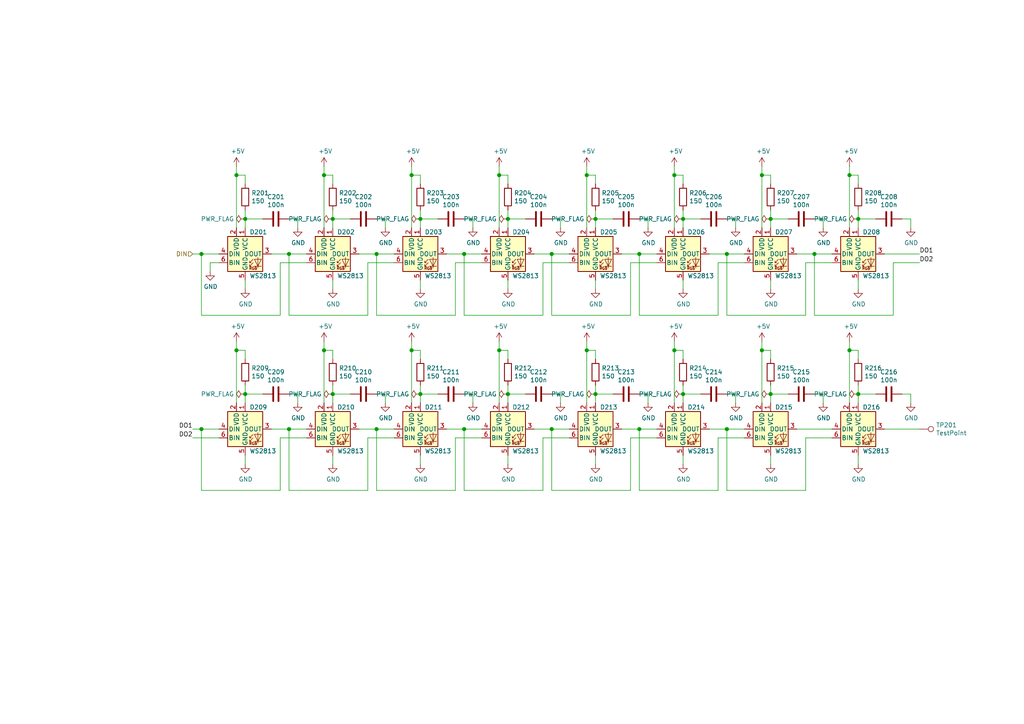
<source format=kicad_sch>
(kicad_sch (version 20210406) (generator eeschema)
  (paper "A4")
  (title_block (title "Blinkenlights LED Backlight") (date "2021-09-24") (rev "v0.1") (company "Benedikt Spranger") (comment 1 "SPDX-License-Identifier: CERN-OHL-S-2.0") (comment 2 "https://ohwr.org/cern_ohl_s_v2.txt") (comment 3 "To view a copy of this license, visit") (comment 4 "This work is licensed under the CERN-OHL-S v2"))
  (junction (at 58.42 73.66) (diameter 1.016))
  (junction (at 58.42 124.46) (diameter 1.016))
  (junction (at 68.58 50.8) (diameter 1.016))
  (junction (at 68.58 101.6) (diameter 1.016))
  (junction (at 71.12 63.5) (diameter 1.016))
  (junction (at 71.12 114.3) (diameter 1.016))
  (junction (at 83.82 73.66) (diameter 1.016))
  (junction (at 83.82 124.46) (diameter 1.016))
  (junction (at 93.98 50.8) (diameter 1.016))
  (junction (at 93.98 101.6) (diameter 1.016))
  (junction (at 96.52 63.5) (diameter 1.016))
  (junction (at 96.52 114.3) (diameter 1.016))
  (junction (at 109.22 73.66) (diameter 1.016))
  (junction (at 109.22 124.46) (diameter 1.016))
  (junction (at 119.38 50.8) (diameter 1.016))
  (junction (at 119.38 101.6) (diameter 1.016))
  (junction (at 121.92 63.5) (diameter 1.016))
  (junction (at 121.92 114.3) (diameter 1.016))
  (junction (at 134.62 73.66) (diameter 1.016))
  (junction (at 134.62 124.46) (diameter 1.016))
  (junction (at 144.78 50.8) (diameter 1.016))
  (junction (at 144.78 101.6) (diameter 1.016))
  (junction (at 147.32 63.5) (diameter 1.016))
  (junction (at 147.32 114.3) (diameter 1.016))
  (junction (at 160.02 73.66) (diameter 1.016))
  (junction (at 160.02 124.46) (diameter 1.016))
  (junction (at 170.18 50.8) (diameter 1.016))
  (junction (at 170.18 101.6) (diameter 1.016))
  (junction (at 172.72 63.5) (diameter 1.016))
  (junction (at 172.72 114.3) (diameter 1.016))
  (junction (at 185.42 73.66) (diameter 1.016))
  (junction (at 185.42 124.46) (diameter 1.016))
  (junction (at 195.58 50.8) (diameter 1.016))
  (junction (at 195.58 101.6) (diameter 1.016))
  (junction (at 198.12 63.5) (diameter 1.016))
  (junction (at 198.12 114.3) (diameter 1.016))
  (junction (at 210.82 73.66) (diameter 1.016))
  (junction (at 210.82 124.46) (diameter 1.016))
  (junction (at 220.98 50.8) (diameter 1.016))
  (junction (at 220.98 101.6) (diameter 1.016))
  (junction (at 223.52 63.5) (diameter 1.016))
  (junction (at 223.52 114.3) (diameter 1.016))
  (junction (at 236.22 73.66) (diameter 1.016))
  (junction (at 246.38 50.8) (diameter 1.016))
  (junction (at 246.38 101.6) (diameter 1.016))
  (junction (at 248.92 63.5) (diameter 1.016))
  (junction (at 248.92 114.3) (diameter 1.016))
  (wire (pts (xy 55.88 127) (xy 63.5 127)))
  (wire (pts (xy 58.42 73.66) (xy 55.88 73.66)))
  (wire (pts (xy 58.42 91.44) (xy 58.42 73.66)))
  (wire (pts (xy 58.42 124.46) (xy 55.88 124.46)))
  (wire (pts (xy 58.42 142.24) (xy 58.42 124.46)))
  (wire (pts (xy 60.96 76.2) (xy 60.96 78.74)))
  (wire (pts (xy 60.96 76.2) (xy 63.5 76.2)))
  (wire (pts (xy 63.5 73.66) (xy 58.42 73.66)))
  (wire (pts (xy 63.5 124.46) (xy 58.42 124.46)))
  (wire (pts (xy 68.58 48.26) (xy 68.58 50.8)))
  (wire (pts (xy 68.58 50.8) (xy 68.58 66.04)))
  (wire (pts (xy 68.58 99.06) (xy 68.58 101.6)))
  (wire (pts (xy 68.58 101.6) (xy 68.58 116.84)))
  (wire (pts (xy 71.12 50.8) (xy 68.58 50.8)))
  (wire (pts (xy 71.12 53.34) (xy 71.12 50.8)))
  (wire (pts (xy 71.12 60.96) (xy 71.12 63.5)))
  (wire (pts (xy 71.12 63.5) (xy 71.12 66.04)))
  (wire (pts (xy 71.12 63.5) (xy 76.2 63.5)))
  (wire (pts (xy 71.12 81.28) (xy 71.12 83.82)))
  (wire (pts (xy 71.12 101.6) (xy 68.58 101.6)))
  (wire (pts (xy 71.12 104.14) (xy 71.12 101.6)))
  (wire (pts (xy 71.12 111.76) (xy 71.12 114.3)))
  (wire (pts (xy 71.12 114.3) (xy 71.12 116.84)))
  (wire (pts (xy 71.12 114.3) (xy 76.2 114.3)))
  (wire (pts (xy 71.12 132.08) (xy 71.12 134.62)))
  (wire (pts (xy 81.28 76.2) (xy 81.28 91.44)))
  (wire (pts (xy 81.28 91.44) (xy 58.42 91.44)))
  (wire (pts (xy 81.28 127) (xy 81.28 142.24)))
  (wire (pts (xy 81.28 142.24) (xy 58.42 142.24)))
  (wire (pts (xy 83.82 63.5) (xy 86.36 63.5)))
  (wire (pts (xy 83.82 73.66) (xy 78.74 73.66)))
  (wire (pts (xy 83.82 73.66) (xy 83.82 91.44)))
  (wire (pts (xy 83.82 114.3) (xy 86.36 114.3)))
  (wire (pts (xy 83.82 124.46) (xy 78.74 124.46)))
  (wire (pts (xy 83.82 124.46) (xy 83.82 142.24)))
  (wire (pts (xy 86.36 63.5) (xy 86.36 66.04)))
  (wire (pts (xy 86.36 114.3) (xy 86.36 116.84)))
  (wire (pts (xy 88.9 73.66) (xy 83.82 73.66)))
  (wire (pts (xy 88.9 76.2) (xy 81.28 76.2)))
  (wire (pts (xy 88.9 124.46) (xy 83.82 124.46)))
  (wire (pts (xy 88.9 127) (xy 81.28 127)))
  (wire (pts (xy 93.98 48.26) (xy 93.98 50.8)))
  (wire (pts (xy 93.98 50.8) (xy 93.98 66.04)))
  (wire (pts (xy 93.98 99.06) (xy 93.98 101.6)))
  (wire (pts (xy 93.98 101.6) (xy 93.98 116.84)))
  (wire (pts (xy 96.52 50.8) (xy 93.98 50.8)))
  (wire (pts (xy 96.52 53.34) (xy 96.52 50.8)))
  (wire (pts (xy 96.52 60.96) (xy 96.52 63.5)))
  (wire (pts (xy 96.52 63.5) (xy 96.52 66.04)))
  (wire (pts (xy 96.52 63.5) (xy 101.6 63.5)))
  (wire (pts (xy 96.52 81.28) (xy 96.52 83.82)))
  (wire (pts (xy 96.52 101.6) (xy 93.98 101.6)))
  (wire (pts (xy 96.52 104.14) (xy 96.52 101.6)))
  (wire (pts (xy 96.52 111.76) (xy 96.52 114.3)))
  (wire (pts (xy 96.52 114.3) (xy 96.52 116.84)))
  (wire (pts (xy 96.52 114.3) (xy 101.6 114.3)))
  (wire (pts (xy 96.52 132.08) (xy 96.52 134.62)))
  (wire (pts (xy 106.68 76.2) (xy 106.68 91.44)))
  (wire (pts (xy 106.68 91.44) (xy 83.82 91.44)))
  (wire (pts (xy 106.68 127) (xy 106.68 142.24)))
  (wire (pts (xy 106.68 142.24) (xy 83.82 142.24)))
  (wire (pts (xy 109.22 63.5) (xy 111.76 63.5)))
  (wire (pts (xy 109.22 73.66) (xy 104.14 73.66)))
  (wire (pts (xy 109.22 73.66) (xy 109.22 91.44)))
  (wire (pts (xy 109.22 114.3) (xy 111.76 114.3)))
  (wire (pts (xy 109.22 124.46) (xy 104.14 124.46)))
  (wire (pts (xy 109.22 124.46) (xy 109.22 142.24)))
  (wire (pts (xy 111.76 63.5) (xy 111.76 66.04)))
  (wire (pts (xy 111.76 114.3) (xy 111.76 116.84)))
  (wire (pts (xy 114.3 73.66) (xy 109.22 73.66)))
  (wire (pts (xy 114.3 76.2) (xy 106.68 76.2)))
  (wire (pts (xy 114.3 124.46) (xy 109.22 124.46)))
  (wire (pts (xy 114.3 127) (xy 106.68 127)))
  (wire (pts (xy 119.38 48.26) (xy 119.38 50.8)))
  (wire (pts (xy 119.38 50.8) (xy 119.38 66.04)))
  (wire (pts (xy 119.38 99.06) (xy 119.38 101.6)))
  (wire (pts (xy 119.38 101.6) (xy 119.38 116.84)))
  (wire (pts (xy 121.92 50.8) (xy 119.38 50.8)))
  (wire (pts (xy 121.92 53.34) (xy 121.92 50.8)))
  (wire (pts (xy 121.92 60.96) (xy 121.92 63.5)))
  (wire (pts (xy 121.92 63.5) (xy 121.92 66.04)))
  (wire (pts (xy 121.92 63.5) (xy 127 63.5)))
  (wire (pts (xy 121.92 81.28) (xy 121.92 83.82)))
  (wire (pts (xy 121.92 101.6) (xy 119.38 101.6)))
  (wire (pts (xy 121.92 104.14) (xy 121.92 101.6)))
  (wire (pts (xy 121.92 111.76) (xy 121.92 114.3)))
  (wire (pts (xy 121.92 114.3) (xy 121.92 116.84)))
  (wire (pts (xy 121.92 114.3) (xy 127 114.3)))
  (wire (pts (xy 121.92 132.08) (xy 121.92 134.62)))
  (wire (pts (xy 132.08 76.2) (xy 132.08 91.44)))
  (wire (pts (xy 132.08 91.44) (xy 109.22 91.44)))
  (wire (pts (xy 132.08 127) (xy 132.08 142.24)))
  (wire (pts (xy 132.08 142.24) (xy 109.22 142.24)))
  (wire (pts (xy 134.62 63.5) (xy 137.16 63.5)))
  (wire (pts (xy 134.62 73.66) (xy 129.54 73.66)))
  (wire (pts (xy 134.62 73.66) (xy 134.62 91.44)))
  (wire (pts (xy 134.62 114.3) (xy 137.16 114.3)))
  (wire (pts (xy 134.62 124.46) (xy 129.54 124.46)))
  (wire (pts (xy 134.62 124.46) (xy 134.62 142.24)))
  (wire (pts (xy 137.16 63.5) (xy 137.16 66.04)))
  (wire (pts (xy 137.16 114.3) (xy 137.16 116.84)))
  (wire (pts (xy 139.7 73.66) (xy 134.62 73.66)))
  (wire (pts (xy 139.7 76.2) (xy 132.08 76.2)))
  (wire (pts (xy 139.7 124.46) (xy 134.62 124.46)))
  (wire (pts (xy 139.7 127) (xy 132.08 127)))
  (wire (pts (xy 144.78 48.26) (xy 144.78 50.8)))
  (wire (pts (xy 144.78 50.8) (xy 144.78 66.04)))
  (wire (pts (xy 144.78 99.06) (xy 144.78 101.6)))
  (wire (pts (xy 144.78 101.6) (xy 144.78 116.84)))
  (wire (pts (xy 147.32 50.8) (xy 144.78 50.8)))
  (wire (pts (xy 147.32 53.34) (xy 147.32 50.8)))
  (wire (pts (xy 147.32 60.96) (xy 147.32 63.5)))
  (wire (pts (xy 147.32 63.5) (xy 147.32 66.04)))
  (wire (pts (xy 147.32 63.5) (xy 152.4 63.5)))
  (wire (pts (xy 147.32 81.28) (xy 147.32 83.82)))
  (wire (pts (xy 147.32 101.6) (xy 144.78 101.6)))
  (wire (pts (xy 147.32 104.14) (xy 147.32 101.6)))
  (wire (pts (xy 147.32 111.76) (xy 147.32 114.3)))
  (wire (pts (xy 147.32 114.3) (xy 147.32 116.84)))
  (wire (pts (xy 147.32 114.3) (xy 152.4 114.3)))
  (wire (pts (xy 147.32 132.08) (xy 147.32 134.62)))
  (wire (pts (xy 157.48 76.2) (xy 157.48 91.44)))
  (wire (pts (xy 157.48 91.44) (xy 134.62 91.44)))
  (wire (pts (xy 157.48 127) (xy 157.48 142.24)))
  (wire (pts (xy 157.48 142.24) (xy 134.62 142.24)))
  (wire (pts (xy 160.02 63.5) (xy 162.56 63.5)))
  (wire (pts (xy 160.02 73.66) (xy 154.94 73.66)))
  (wire (pts (xy 160.02 73.66) (xy 160.02 91.44)))
  (wire (pts (xy 160.02 114.3) (xy 162.56 114.3)))
  (wire (pts (xy 160.02 124.46) (xy 154.94 124.46)))
  (wire (pts (xy 160.02 124.46) (xy 160.02 142.24)))
  (wire (pts (xy 162.56 63.5) (xy 162.56 66.04)))
  (wire (pts (xy 162.56 114.3) (xy 162.56 116.84)))
  (wire (pts (xy 165.1 73.66) (xy 160.02 73.66)))
  (wire (pts (xy 165.1 76.2) (xy 157.48 76.2)))
  (wire (pts (xy 165.1 124.46) (xy 160.02 124.46)))
  (wire (pts (xy 165.1 127) (xy 157.48 127)))
  (wire (pts (xy 170.18 48.26) (xy 170.18 50.8)))
  (wire (pts (xy 170.18 50.8) (xy 170.18 66.04)))
  (wire (pts (xy 170.18 99.06) (xy 170.18 101.6)))
  (wire (pts (xy 170.18 101.6) (xy 170.18 116.84)))
  (wire (pts (xy 172.72 50.8) (xy 170.18 50.8)))
  (wire (pts (xy 172.72 53.34) (xy 172.72 50.8)))
  (wire (pts (xy 172.72 60.96) (xy 172.72 63.5)))
  (wire (pts (xy 172.72 63.5) (xy 172.72 66.04)))
  (wire (pts (xy 172.72 63.5) (xy 177.8 63.5)))
  (wire (pts (xy 172.72 81.28) (xy 172.72 83.82)))
  (wire (pts (xy 172.72 101.6) (xy 170.18 101.6)))
  (wire (pts (xy 172.72 104.14) (xy 172.72 101.6)))
  (wire (pts (xy 172.72 111.76) (xy 172.72 114.3)))
  (wire (pts (xy 172.72 114.3) (xy 172.72 116.84)))
  (wire (pts (xy 172.72 114.3) (xy 177.8 114.3)))
  (wire (pts (xy 172.72 132.08) (xy 172.72 134.62)))
  (wire (pts (xy 182.88 76.2) (xy 182.88 91.44)))
  (wire (pts (xy 182.88 91.44) (xy 160.02 91.44)))
  (wire (pts (xy 182.88 127) (xy 182.88 142.24)))
  (wire (pts (xy 182.88 142.24) (xy 160.02 142.24)))
  (wire (pts (xy 185.42 63.5) (xy 187.96 63.5)))
  (wire (pts (xy 185.42 73.66) (xy 180.34 73.66)))
  (wire (pts (xy 185.42 73.66) (xy 185.42 91.44)))
  (wire (pts (xy 185.42 114.3) (xy 187.96 114.3)))
  (wire (pts (xy 185.42 124.46) (xy 180.34 124.46)))
  (wire (pts (xy 185.42 124.46) (xy 185.42 142.24)))
  (wire (pts (xy 187.96 63.5) (xy 187.96 66.04)))
  (wire (pts (xy 187.96 114.3) (xy 187.96 116.84)))
  (wire (pts (xy 190.5 73.66) (xy 185.42 73.66)))
  (wire (pts (xy 190.5 76.2) (xy 182.88 76.2)))
  (wire (pts (xy 190.5 124.46) (xy 185.42 124.46)))
  (wire (pts (xy 190.5 127) (xy 182.88 127)))
  (wire (pts (xy 195.58 48.26) (xy 195.58 50.8)))
  (wire (pts (xy 195.58 50.8) (xy 195.58 66.04)))
  (wire (pts (xy 195.58 99.06) (xy 195.58 101.6)))
  (wire (pts (xy 195.58 101.6) (xy 195.58 116.84)))
  (wire (pts (xy 198.12 50.8) (xy 195.58 50.8)))
  (wire (pts (xy 198.12 53.34) (xy 198.12 50.8)))
  (wire (pts (xy 198.12 60.96) (xy 198.12 63.5)))
  (wire (pts (xy 198.12 63.5) (xy 198.12 66.04)))
  (wire (pts (xy 198.12 63.5) (xy 203.2 63.5)))
  (wire (pts (xy 198.12 81.28) (xy 198.12 83.82)))
  (wire (pts (xy 198.12 101.6) (xy 195.58 101.6)))
  (wire (pts (xy 198.12 104.14) (xy 198.12 101.6)))
  (wire (pts (xy 198.12 111.76) (xy 198.12 114.3)))
  (wire (pts (xy 198.12 114.3) (xy 198.12 116.84)))
  (wire (pts (xy 198.12 114.3) (xy 203.2 114.3)))
  (wire (pts (xy 198.12 132.08) (xy 198.12 134.62)))
  (wire (pts (xy 208.28 76.2) (xy 208.28 91.44)))
  (wire (pts (xy 208.28 91.44) (xy 185.42 91.44)))
  (wire (pts (xy 208.28 127) (xy 208.28 142.24)))
  (wire (pts (xy 208.28 142.24) (xy 185.42 142.24)))
  (wire (pts (xy 210.82 63.5) (xy 213.36 63.5)))
  (wire (pts (xy 210.82 73.66) (xy 205.74 73.66)))
  (wire (pts (xy 210.82 73.66) (xy 210.82 91.44)))
  (wire (pts (xy 210.82 114.3) (xy 213.36 114.3)))
  (wire (pts (xy 210.82 124.46) (xy 205.74 124.46)))
  (wire (pts (xy 210.82 124.46) (xy 210.82 142.24)))
  (wire (pts (xy 213.36 63.5) (xy 213.36 66.04)))
  (wire (pts (xy 213.36 114.3) (xy 213.36 116.84)))
  (wire (pts (xy 215.9 73.66) (xy 210.82 73.66)))
  (wire (pts (xy 215.9 76.2) (xy 208.28 76.2)))
  (wire (pts (xy 215.9 124.46) (xy 210.82 124.46)))
  (wire (pts (xy 215.9 127) (xy 208.28 127)))
  (wire (pts (xy 220.98 48.26) (xy 220.98 50.8)))
  (wire (pts (xy 220.98 50.8) (xy 220.98 66.04)))
  (wire (pts (xy 220.98 99.06) (xy 220.98 101.6)))
  (wire (pts (xy 220.98 101.6) (xy 220.98 116.84)))
  (wire (pts (xy 223.52 50.8) (xy 220.98 50.8)))
  (wire (pts (xy 223.52 53.34) (xy 223.52 50.8)))
  (wire (pts (xy 223.52 60.96) (xy 223.52 63.5)))
  (wire (pts (xy 223.52 63.5) (xy 223.52 66.04)))
  (wire (pts (xy 223.52 63.5) (xy 228.6 63.5)))
  (wire (pts (xy 223.52 81.28) (xy 223.52 83.82)))
  (wire (pts (xy 223.52 101.6) (xy 220.98 101.6)))
  (wire (pts (xy 223.52 104.14) (xy 223.52 101.6)))
  (wire (pts (xy 223.52 111.76) (xy 223.52 114.3)))
  (wire (pts (xy 223.52 114.3) (xy 223.52 116.84)))
  (wire (pts (xy 223.52 114.3) (xy 228.6 114.3)))
  (wire (pts (xy 223.52 132.08) (xy 223.52 134.62)))
  (wire (pts (xy 231.14 124.46) (xy 241.3 124.46)))
  (wire (pts (xy 233.68 76.2) (xy 233.68 91.44)))
  (wire (pts (xy 233.68 91.44) (xy 210.82 91.44)))
  (wire (pts (xy 233.68 127) (xy 233.68 142.24)))
  (wire (pts (xy 233.68 142.24) (xy 210.82 142.24)))
  (wire (pts (xy 236.22 63.5) (xy 238.76 63.5)))
  (wire (pts (xy 236.22 73.66) (xy 231.14 73.66)))
  (wire (pts (xy 236.22 73.66) (xy 236.22 91.44)))
  (wire (pts (xy 236.22 114.3) (xy 238.76 114.3)))
  (wire (pts (xy 238.76 63.5) (xy 238.76 66.04)))
  (wire (pts (xy 238.76 114.3) (xy 238.76 116.84)))
  (wire (pts (xy 241.3 73.66) (xy 236.22 73.66)))
  (wire (pts (xy 241.3 76.2) (xy 233.68 76.2)))
  (wire (pts (xy 241.3 127) (xy 233.68 127)))
  (wire (pts (xy 246.38 48.26) (xy 246.38 50.8)))
  (wire (pts (xy 246.38 50.8) (xy 246.38 66.04)))
  (wire (pts (xy 246.38 99.06) (xy 246.38 101.6)))
  (wire (pts (xy 246.38 101.6) (xy 246.38 116.84)))
  (wire (pts (xy 248.92 50.8) (xy 246.38 50.8)))
  (wire (pts (xy 248.92 53.34) (xy 248.92 50.8)))
  (wire (pts (xy 248.92 60.96) (xy 248.92 63.5)))
  (wire (pts (xy 248.92 63.5) (xy 248.92 66.04)))
  (wire (pts (xy 248.92 63.5) (xy 254 63.5)))
  (wire (pts (xy 248.92 81.28) (xy 248.92 83.82)))
  (wire (pts (xy 248.92 101.6) (xy 246.38 101.6)))
  (wire (pts (xy 248.92 104.14) (xy 248.92 101.6)))
  (wire (pts (xy 248.92 111.76) (xy 248.92 114.3)))
  (wire (pts (xy 248.92 114.3) (xy 248.92 116.84)))
  (wire (pts (xy 248.92 114.3) (xy 254 114.3)))
  (wire (pts (xy 248.92 132.08) (xy 248.92 134.62)))
  (wire (pts (xy 259.08 76.2) (xy 259.08 91.44)))
  (wire (pts (xy 259.08 91.44) (xy 236.22 91.44)))
  (wire (pts (xy 261.62 63.5) (xy 264.16 63.5)))
  (wire (pts (xy 261.62 114.3) (xy 264.16 114.3)))
  (wire (pts (xy 264.16 63.5) (xy 264.16 66.04)))
  (wire (pts (xy 264.16 114.3) (xy 264.16 116.84)))
  (wire (pts (xy 266.7 73.66) (xy 256.54 73.66)))
  (wire (pts (xy 266.7 76.2) (xy 259.08 76.2)))
  (wire (pts (xy 266.7 124.46) (xy 256.54 124.46)))
  (label "DO1" (at 55.88 124.46 180))
  (label "DO2" (at 55.88 127 180))
  (label "DO1" (at 266.7 73.66 0))
  (label "DO2" (at 266.7 76.2 0))
  (hierarchical_label "DIN" (shape input) (at 55.88 73.66 180))
  (symbol (lib_id "power:+5V") (at 68.58 48.26 0)
    (property "Reference" "#PWR?" (effects hide))
    (property "Value" "+5V" (at 68.961 43.8658 0))
  )
  (symbol (lib_id "power:+5V") (at 68.58 99.06 0)
    (property "Reference" "#PWR?" (effects hide))
    (property "Value" "+5V" (at 68.961 94.6658 0))
  )
  (symbol (lib_id "power:+5V") (at 93.98 48.26 0)
    (property "Reference" "#PWR?" (effects hide))
    (property "Value" "+5V" (at 94.361 43.8658 0))
  )
  (symbol (lib_id "power:+5V") (at 93.98 99.06 0)
    (property "Reference" "#PWR?" (effects hide))
    (property "Value" "+5V" (at 94.361 94.6658 0))
  )
  (symbol (lib_id "power:+5V") (at 119.38 48.26 0)
    (property "Reference" "#PWR?" (effects hide))
    (property "Value" "+5V" (at 119.761 43.8658 0))
  )
  (symbol (lib_id "power:+5V") (at 119.38 99.06 0)
    (property "Reference" "#PWR?" (effects hide))
    (property "Value" "+5V" (at 119.761 94.6658 0))
  )
  (symbol (lib_id "power:+5V") (at 144.78 48.26 0)
    (property "Reference" "#PWR?" (effects hide))
    (property "Value" "+5V" (at 145.161 43.8658 0))
  )
  (symbol (lib_id "power:+5V") (at 144.78 99.06 0)
    (property "Reference" "#PWR?" (effects hide))
    (property "Value" "+5V" (at 145.161 94.6658 0))
  )
  (symbol (lib_id "power:+5V") (at 170.18 48.26 0)
    (property "Reference" "#PWR?" (effects hide))
    (property "Value" "+5V" (at 170.561 43.8658 0))
  )
  (symbol (lib_id "power:+5V") (at 170.18 99.06 0)
    (property "Reference" "#PWR?" (effects hide))
    (property "Value" "+5V" (at 170.561 94.6658 0))
  )
  (symbol (lib_id "power:+5V") (at 195.58 48.26 0)
    (property "Reference" "#PWR?" (effects hide))
    (property "Value" "+5V" (at 195.961 43.8658 0))
  )
  (symbol (lib_id "power:+5V") (at 195.58 99.06 0)
    (property "Reference" "#PWR?" (effects hide))
    (property "Value" "+5V" (at 195.961 94.6658 0))
  )
  (symbol (lib_id "power:+5V") (at 220.98 48.26 0)
    (property "Reference" "#PWR?" (effects hide))
    (property "Value" "+5V" (at 221.361 43.8658 0))
  )
  (symbol (lib_id "power:+5V") (at 220.98 99.06 0)
    (property "Reference" "#PWR?" (effects hide))
    (property "Value" "+5V" (at 221.361 94.6658 0))
  )
  (symbol (lib_id "power:+5V") (at 246.38 48.26 0)
    (property "Reference" "#PWR?" (effects hide))
    (property "Value" "+5V" (at 246.761 43.8658 0))
  )
  (symbol (lib_id "power:+5V") (at 246.38 99.06 0)
    (property "Reference" "#PWR?" (effects hide))
    (property "Value" "+5V" (at 246.761 94.6658 0))
  )
  (symbol (lib_id "power:PWR_FLAG") (at 71.12 63.5 90) (unit 1)
    (property "Reference" "#FLG?" (effects hide))
    (property "Value" "PWR_FLAG" (at 67.8942 63.5 90) (effects (justify left)))
  )
  (symbol (lib_id "power:PWR_FLAG") (at 71.12 114.3 90) (unit 1)
    (property "Reference" "#FLG?" (effects hide))
    (property "Value" "PWR_FLAG" (at 67.8942 114.3 90) (effects (justify left)))
  )
  (symbol (lib_id "power:PWR_FLAG") (at 96.52 63.5 90) (unit 1)
    (property "Reference" "#FLG?" (effects hide))
    (property "Value" "PWR_FLAG" (at 93.2942 63.5 90) (effects (justify left)))
  )
  (symbol (lib_id "power:PWR_FLAG") (at 96.52 114.3 90) (unit 1)
    (property "Reference" "#FLG?" (effects hide))
    (property "Value" "PWR_FLAG" (at 93.2942 114.3 90) (effects (justify left)))
  )
  (symbol (lib_id "power:PWR_FLAG") (at 121.92 63.5 90) (unit 1)
    (property "Reference" "#FLG?" (effects hide))
    (property "Value" "PWR_FLAG" (at 118.6942 63.5 90) (effects (justify left)))
  )
  (symbol (lib_id "power:PWR_FLAG") (at 121.92 114.3 90) (unit 1)
    (property "Reference" "#FLG?" (effects hide))
    (property "Value" "PWR_FLAG" (at 118.6942 114.3 90) (effects (justify left)))
  )
  (symbol (lib_id "power:PWR_FLAG") (at 147.32 63.5 90) (unit 1)
    (property "Reference" "#FLG?" (effects hide))
    (property "Value" "PWR_FLAG" (at 144.0942 63.5 90) (effects (justify left)))
  )
  (symbol (lib_id "power:PWR_FLAG") (at 147.32 114.3 90) (unit 1)
    (property "Reference" "#FLG?" (effects hide))
    (property "Value" "PWR_FLAG" (at 144.0942 114.3 90) (effects (justify left)))
  )
  (symbol (lib_id "power:PWR_FLAG") (at 172.72 63.5 90) (unit 1)
    (property "Reference" "#FLG?" (effects hide))
    (property "Value" "PWR_FLAG" (at 169.4942 63.5 90) (effects (justify left)))
  )
  (symbol (lib_id "power:PWR_FLAG") (at 172.72 114.3 90) (unit 1)
    (property "Reference" "#FLG?" (effects hide))
    (property "Value" "PWR_FLAG" (at 169.4942 114.3 90) (effects (justify left)))
  )
  (symbol (lib_id "power:PWR_FLAG") (at 198.12 63.5 90) (unit 1)
    (property "Reference" "#FLG?" (effects hide))
    (property "Value" "PWR_FLAG" (at 194.8942 63.5 90) (effects (justify left)))
  )
  (symbol (lib_id "power:PWR_FLAG") (at 198.12 114.3 90) (unit 1)
    (property "Reference" "#FLG?" (effects hide))
    (property "Value" "PWR_FLAG" (at 194.8942 114.3 90) (effects (justify left)))
  )
  (symbol (lib_id "power:PWR_FLAG") (at 223.52 63.5 90) (unit 1)
    (property "Reference" "#FLG?" (effects hide))
    (property "Value" "PWR_FLAG" (at 220.2942 63.5 90) (effects (justify left)))
  )
  (symbol (lib_id "power:PWR_FLAG") (at 223.52 114.3 90) (unit 1)
    (property "Reference" "#FLG?" (effects hide))
    (property "Value" "PWR_FLAG" (at 220.2942 114.3 90) (effects (justify left)))
  )
  (symbol (lib_id "power:PWR_FLAG") (at 248.92 63.5 90) (unit 1)
    (property "Reference" "#FLG?" (effects hide))
    (property "Value" "PWR_FLAG" (at 245.6942 63.5 90) (effects (justify left)))
  )
  (symbol (lib_id "power:PWR_FLAG") (at 248.92 114.3 90) (unit 1)
    (property "Reference" "#FLG?" (effects hide))
    (property "Value" "PWR_FLAG" (at 245.6942 114.3 90) (effects (justify left)))
  )
  (symbol (lib_id "Connector:TestPoint") (at 266.7 124.46 270) (unit 1)
    (property "Reference" "TP201" (at 271.4752 123.2916 90) (effects (justify left)))
    (property "Value" "TestPoint" (at 271.4752 125.603 90) (effects (justify left)))
    (property "Footprint" "TestPoint:TestPoint_Pad_D1.0mm" (effects hide))
  )
  (symbol (lib_id "power:GND") (at 60.96 78.74 0)
    (property "Reference" "#PWR?" (effects hide))
    (property "Value" "GND" (at 61.087 83.1342 0))
  )
  (symbol (lib_id "power:GND") (at 71.12 83.82 0)
    (property "Reference" "#PWR?" (effects hide))
    (property "Value" "GND" (at 71.247 88.2142 0))
  )
  (symbol (lib_id "power:GND") (at 71.12 134.62 0)
    (property "Reference" "#PWR?" (effects hide))
    (property "Value" "GND" (at 71.247 139.0142 0))
  )
  (symbol (lib_id "power:GND") (at 86.36 66.04 0)
    (property "Reference" "#PWR?" (effects hide))
    (property "Value" "GND" (at 86.487 70.4342 0))
  )
  (symbol (lib_id "power:GND") (at 86.36 116.84 0)
    (property "Reference" "#PWR?" (effects hide))
    (property "Value" "GND" (at 86.487 121.2342 0))
  )
  (symbol (lib_id "power:GND") (at 96.52 83.82 0)
    (property "Reference" "#PWR?" (effects hide))
    (property "Value" "GND" (at 96.647 88.2142 0))
  )
  (symbol (lib_id "power:GND") (at 96.52 134.62 0)
    (property "Reference" "#PWR?" (effects hide))
    (property "Value" "GND" (at 96.647 139.0142 0))
  )
  (symbol (lib_id "power:GND") (at 111.76 66.04 0)
    (property "Reference" "#PWR?" (effects hide))
    (property "Value" "GND" (at 111.887 70.4342 0))
  )
  (symbol (lib_id "power:GND") (at 111.76 116.84 0)
    (property "Reference" "#PWR?" (effects hide))
    (property "Value" "GND" (at 111.887 121.2342 0))
  )
  (symbol (lib_id "power:GND") (at 121.92 83.82 0)
    (property "Reference" "#PWR?" (effects hide))
    (property "Value" "GND" (at 122.047 88.2142 0))
  )
  (symbol (lib_id "power:GND") (at 121.92 134.62 0)
    (property "Reference" "#PWR?" (effects hide))
    (property "Value" "GND" (at 122.047 139.0142 0))
  )
  (symbol (lib_id "power:GND") (at 137.16 66.04 0)
    (property "Reference" "#PWR?" (effects hide))
    (property "Value" "GND" (at 137.287 70.4342 0))
  )
  (symbol (lib_id "power:GND") (at 137.16 116.84 0)
    (property "Reference" "#PWR?" (effects hide))
    (property "Value" "GND" (at 137.287 121.2342 0))
  )
  (symbol (lib_id "power:GND") (at 147.32 83.82 0)
    (property "Reference" "#PWR?" (effects hide))
    (property "Value" "GND" (at 147.447 88.2142 0))
  )
  (symbol (lib_id "power:GND") (at 147.32 134.62 0)
    (property "Reference" "#PWR?" (effects hide))
    (property "Value" "GND" (at 147.447 139.0142 0))
  )
  (symbol (lib_id "power:GND") (at 162.56 66.04 0)
    (property "Reference" "#PWR?" (effects hide))
    (property "Value" "GND" (at 162.687 70.4342 0))
  )
  (symbol (lib_id "power:GND") (at 162.56 116.84 0)
    (property "Reference" "#PWR?" (effects hide))
    (property "Value" "GND" (at 162.687 121.2342 0))
  )
  (symbol (lib_id "power:GND") (at 172.72 83.82 0)
    (property "Reference" "#PWR?" (effects hide))
    (property "Value" "GND" (at 172.847 88.2142 0))
  )
  (symbol (lib_id "power:GND") (at 172.72 134.62 0)
    (property "Reference" "#PWR?" (effects hide))
    (property "Value" "GND" (at 172.847 139.0142 0))
  )
  (symbol (lib_id "power:GND") (at 187.96 66.04 0)
    (property "Reference" "#PWR?" (effects hide))
    (property "Value" "GND" (at 188.087 70.4342 0))
  )
  (symbol (lib_id "power:GND") (at 187.96 116.84 0)
    (property "Reference" "#PWR?" (effects hide))
    (property "Value" "GND" (at 188.087 121.2342 0))
  )
  (symbol (lib_id "power:GND") (at 198.12 83.82 0)
    (property "Reference" "#PWR?" (effects hide))
    (property "Value" "GND" (at 198.247 88.2142 0))
  )
  (symbol (lib_id "power:GND") (at 198.12 134.62 0)
    (property "Reference" "#PWR?" (effects hide))
    (property "Value" "GND" (at 198.247 139.0142 0))
  )
  (symbol (lib_id "power:GND") (at 213.36 66.04 0)
    (property "Reference" "#PWR?" (effects hide))
    (property "Value" "GND" (at 213.487 70.4342 0))
  )
  (symbol (lib_id "power:GND") (at 213.36 116.84 0)
    (property "Reference" "#PWR?" (effects hide))
    (property "Value" "GND" (at 213.487 121.2342 0))
  )
  (symbol (lib_id "power:GND") (at 223.52 83.82 0)
    (property "Reference" "#PWR?" (effects hide))
    (property "Value" "GND" (at 223.647 88.2142 0))
  )
  (symbol (lib_id "power:GND") (at 223.52 134.62 0)
    (property "Reference" "#PWR?" (effects hide))
    (property "Value" "GND" (at 223.647 139.0142 0))
  )
  (symbol (lib_id "power:GND") (at 238.76 66.04 0)
    (property "Reference" "#PWR?" (effects hide))
    (property "Value" "GND" (at 238.887 70.4342 0))
  )
  (symbol (lib_id "power:GND") (at 238.76 116.84 0)
    (property "Reference" "#PWR?" (effects hide))
    (property "Value" "GND" (at 238.887 121.2342 0))
  )
  (symbol (lib_id "power:GND") (at 248.92 83.82 0)
    (property "Reference" "#PWR?" (effects hide))
    (property "Value" "GND" (at 249.047 88.2142 0))
  )
  (symbol (lib_id "power:GND") (at 248.92 134.62 0)
    (property "Reference" "#PWR?" (effects hide))
    (property "Value" "GND" (at 249.047 139.0142 0))
  )
  (symbol (lib_id "power:GND") (at 264.16 66.04 0)
    (property "Reference" "#PWR?" (effects hide))
    (property "Value" "GND" (at 264.287 70.4342 0))
  )
  (symbol (lib_id "power:GND") (at 264.16 116.84 0)
    (property "Reference" "#PWR?" (effects hide))
    (property "Value" "GND" (at 264.287 121.2342 0))
  )
  (symbol (lib_id "Device:R") (at 71.12 57.15 0)
    (property "Reference" "R201" (at 72.898 55.9816 0) (effects (justify left)))
    (property "Value" "150" (at 72.898 58.293 0) (effects (justify left)))
    (property "Footprint" "Resistor_SMD:R_0402_1005Metric" (effects hide))
    (property "Manufacture" "UNI-ROYAL(Uniroyal Elec)" (effects hide))
    (property "ManuPart#" "0402WGF1500TCE" (effects hide))
    (property "Distributor" "JLCPCB" (effects hide))
    (property "DistribPart#" "C25082" (effects hide))
    (property "Description" "±1% 1/16W ±100ppm/℃ 150Ω 0402 Chip Resistor - Surface Mount ROHS" (effects hide))
    (property "assemble" "y" (effects hide))
    (property "LCSC" "C25082" (effects hide))
  )
  (symbol (lib_id "Device:R") (at 71.12 107.95 0)
    (property "Reference" "R209" (at 72.898 106.7816 0) (effects (justify left)))
    (property "Value" "150" (at 72.898 109.093 0) (effects (justify left)))
    (property "Footprint" "Resistor_SMD:R_0402_1005Metric" (effects hide))
    (property "Manufacture" "UNI-ROYAL(Uniroyal Elec)" (effects hide))
    (property "ManuPart#" "0402WGF1500TCE" (effects hide))
    (property "Distributor" "JLCPCB" (effects hide))
    (property "DistribPart#" "C25082" (effects hide))
    (property "Description" "±1% 1/16W ±100ppm/℃ 150Ω 0402 Chip Resistor - Surface Mount ROHS" (effects hide))
    (property "assemble" "y" (effects hide))
    (property "LCSC" "C25082" (effects hide))
  )
  (symbol (lib_id "Device:R") (at 96.52 57.15 0)
    (property "Reference" "R202" (at 98.298 55.9816 0) (effects (justify left)))
    (property "Value" "150" (at 98.298 58.293 0) (effects (justify left)))
    (property "Footprint" "Resistor_SMD:R_0402_1005Metric" (effects hide))
    (property "Manufacture" "UNI-ROYAL(Uniroyal Elec)" (effects hide))
    (property "ManuPart#" "0402WGF1500TCE" (effects hide))
    (property "Distributor" "JLCPCB" (effects hide))
    (property "DistribPart#" "C25082" (effects hide))
    (property "Description" "±1% 1/16W ±100ppm/℃ 150Ω 0402 Chip Resistor - Surface Mount ROHS" (effects hide))
    (property "assemble" "y" (effects hide))
    (property "LCSC" "C25082" (effects hide))
  )
  (symbol (lib_id "Device:R") (at 96.52 107.95 0)
    (property "Reference" "R210" (at 98.298 106.7816 0) (effects (justify left)))
    (property "Value" "150" (at 98.298 109.093 0) (effects (justify left)))
    (property "Footprint" "Resistor_SMD:R_0402_1005Metric" (effects hide))
    (property "Manufacture" "UNI-ROYAL(Uniroyal Elec)" (effects hide))
    (property "ManuPart#" "0402WGF1500TCE" (effects hide))
    (property "Distributor" "JLCPCB" (effects hide))
    (property "DistribPart#" "C25082" (effects hide))
    (property "Description" "±1% 1/16W ±100ppm/℃ 150Ω 0402 Chip Resistor - Surface Mount ROHS" (effects hide))
    (property "assemble" "y" (effects hide))
    (property "LCSC" "C25082" (effects hide))
  )
  (symbol (lib_id "Device:R") (at 121.92 57.15 0)
    (property "Reference" "R203" (at 123.698 55.9816 0) (effects (justify left)))
    (property "Value" "150" (at 123.698 58.293 0) (effects (justify left)))
    (property "Footprint" "Resistor_SMD:R_0402_1005Metric" (effects hide))
    (property "Manufacture" "UNI-ROYAL(Uniroyal Elec)" (effects hide))
    (property "ManuPart#" "0402WGF1500TCE" (effects hide))
    (property "Distributor" "JLCPCB" (effects hide))
    (property "DistribPart#" "C25082" (effects hide))
    (property "Description" "±1% 1/16W ±100ppm/℃ 150Ω 0402 Chip Resistor - Surface Mount ROHS" (effects hide))
    (property "assemble" "y" (effects hide))
    (property "LCSC" "C25082" (effects hide))
  )
  (symbol (lib_id "Device:R") (at 121.92 107.95 0)
    (property "Reference" "R211" (at 123.698 106.7816 0) (effects (justify left)))
    (property "Value" "150" (at 123.698 109.093 0) (effects (justify left)))
    (property "Footprint" "Resistor_SMD:R_0402_1005Metric" (effects hide))
    (property "Manufacture" "UNI-ROYAL(Uniroyal Elec)" (effects hide))
    (property "ManuPart#" "0402WGF1500TCE" (effects hide))
    (property "Distributor" "JLCPCB" (effects hide))
    (property "DistribPart#" "C25082" (effects hide))
    (property "Description" "±1% 1/16W ±100ppm/℃ 150Ω 0402 Chip Resistor - Surface Mount ROHS" (effects hide))
    (property "assemble" "y" (effects hide))
    (property "LCSC" "C25082" (effects hide))
  )
  (symbol (lib_id "Device:R") (at 147.32 57.15 0)
    (property "Reference" "R204" (at 149.098 55.9816 0) (effects (justify left)))
    (property "Value" "150" (at 149.098 58.293 0) (effects (justify left)))
    (property "Footprint" "Resistor_SMD:R_0402_1005Metric" (effects hide))
    (property "Manufacture" "UNI-ROYAL(Uniroyal Elec)" (effects hide))
    (property "ManuPart#" "0402WGF1500TCE" (effects hide))
    (property "Distributor" "JLCPCB" (effects hide))
    (property "DistribPart#" "C25082" (effects hide))
    (property "Description" "±1% 1/16W ±100ppm/℃ 150Ω 0402 Chip Resistor - Surface Mount ROHS" (effects hide))
    (property "assemble" "y" (effects hide))
    (property "LCSC" "C25082" (effects hide))
  )
  (symbol (lib_id "Device:R") (at 147.32 107.95 0)
    (property "Reference" "R212" (at 149.098 106.7816 0) (effects (justify left)))
    (property "Value" "150" (at 149.098 109.093 0) (effects (justify left)))
    (property "Footprint" "Resistor_SMD:R_0402_1005Metric" (effects hide))
    (property "Manufacture" "UNI-ROYAL(Uniroyal Elec)" (effects hide))
    (property "ManuPart#" "0402WGF1500TCE" (effects hide))
    (property "Distributor" "JLCPCB" (effects hide))
    (property "DistribPart#" "C25082" (effects hide))
    (property "Description" "±1% 1/16W ±100ppm/℃ 150Ω 0402 Chip Resistor - Surface Mount ROHS" (effects hide))
    (property "assemble" "y" (effects hide))
    (property "LCSC" "C25082" (effects hide))
  )
  (symbol (lib_id "Device:R") (at 172.72 57.15 0)
    (property "Reference" "R205" (at 174.498 55.9816 0) (effects (justify left)))
    (property "Value" "150" (at 174.498 58.293 0) (effects (justify left)))
    (property "Footprint" "Resistor_SMD:R_0402_1005Metric" (effects hide))
    (property "Manufacture" "UNI-ROYAL(Uniroyal Elec)" (effects hide))
    (property "ManuPart#" "0402WGF1500TCE" (effects hide))
    (property "Distributor" "JLCPCB" (effects hide))
    (property "DistribPart#" "C25082" (effects hide))
    (property "Description" "±1% 1/16W ±100ppm/℃ 150Ω 0402 Chip Resistor - Surface Mount ROHS" (effects hide))
    (property "assemble" "y" (effects hide))
    (property "LCSC" "C25082" (effects hide))
  )
  (symbol (lib_id "Device:R") (at 172.72 107.95 0)
    (property "Reference" "R213" (at 174.498 106.7816 0) (effects (justify left)))
    (property "Value" "150" (at 174.498 109.093 0) (effects (justify left)))
    (property "Footprint" "Resistor_SMD:R_0402_1005Metric" (effects hide))
    (property "Manufacture" "UNI-ROYAL(Uniroyal Elec)" (effects hide))
    (property "ManuPart#" "0402WGF1500TCE" (effects hide))
    (property "Distributor" "JLCPCB" (effects hide))
    (property "DistribPart#" "C25082" (effects hide))
    (property "Description" "±1% 1/16W ±100ppm/℃ 150Ω 0402 Chip Resistor - Surface Mount ROHS" (effects hide))
    (property "assemble" "y" (effects hide))
    (property "LCSC" "C25082" (effects hide))
  )
  (symbol (lib_id "Device:R") (at 198.12 57.15 0)
    (property "Reference" "R206" (at 199.898 55.9816 0) (effects (justify left)))
    (property "Value" "150" (at 199.898 58.293 0) (effects (justify left)))
    (property "Footprint" "Resistor_SMD:R_0402_1005Metric" (effects hide))
    (property "Manufacture" "UNI-ROYAL(Uniroyal Elec)" (effects hide))
    (property "ManuPart#" "0402WGF1500TCE" (effects hide))
    (property "Distributor" "JLCPCB" (effects hide))
    (property "DistribPart#" "C25082" (effects hide))
    (property "Description" "±1% 1/16W ±100ppm/℃ 150Ω 0402 Chip Resistor - Surface Mount ROHS" (effects hide))
    (property "assemble" "y" (effects hide))
    (property "LCSC" "C25082" (effects hide))
  )
  (symbol (lib_id "Device:R") (at 198.12 107.95 0)
    (property "Reference" "R214" (at 199.898 106.7816 0) (effects (justify left)))
    (property "Value" "150" (at 199.898 109.093 0) (effects (justify left)))
    (property "Footprint" "Resistor_SMD:R_0402_1005Metric" (effects hide))
    (property "Manufacture" "UNI-ROYAL(Uniroyal Elec)" (effects hide))
    (property "ManuPart#" "0402WGF1500TCE" (effects hide))
    (property "Distributor" "JLCPCB" (effects hide))
    (property "DistribPart#" "C25082" (effects hide))
    (property "Description" "±1% 1/16W ±100ppm/℃ 150Ω 0402 Chip Resistor - Surface Mount ROHS" (effects hide))
    (property "assemble" "y" (effects hide))
    (property "LCSC" "C25082" (effects hide))
  )
  (symbol (lib_id "Device:R") (at 223.52 57.15 0)
    (property "Reference" "R207" (at 225.298 55.9816 0) (effects (justify left)))
    (property "Value" "150" (at 225.298 58.293 0) (effects (justify left)))
    (property "Footprint" "Resistor_SMD:R_0402_1005Metric" (effects hide))
    (property "Manufacture" "UNI-ROYAL(Uniroyal Elec)" (effects hide))
    (property "ManuPart#" "0402WGF1500TCE" (effects hide))
    (property "Distributor" "JLCPCB" (effects hide))
    (property "DistribPart#" "C25082" (effects hide))
    (property "Description" "±1% 1/16W ±100ppm/℃ 150Ω 0402 Chip Resistor - Surface Mount ROHS" (effects hide))
    (property "assemble" "y" (effects hide))
    (property "LCSC" "C25082" (effects hide))
  )
  (symbol (lib_id "Device:R") (at 223.52 107.95 0)
    (property "Reference" "R215" (at 225.298 106.7816 0) (effects (justify left)))
    (property "Value" "150" (at 225.298 109.093 0) (effects (justify left)))
    (property "Footprint" "Resistor_SMD:R_0402_1005Metric" (effects hide))
    (property "Manufacture" "UNI-ROYAL(Uniroyal Elec)" (effects hide))
    (property "ManuPart#" "0402WGF1500TCE" (effects hide))
    (property "Distributor" "JLCPCB" (effects hide))
    (property "DistribPart#" "C25082" (effects hide))
    (property "Description" "±1% 1/16W ±100ppm/℃ 150Ω 0402 Chip Resistor - Surface Mount ROHS" (effects hide))
    (property "assemble" "y" (effects hide))
    (property "LCSC" "C25082" (effects hide))
  )
  (symbol (lib_id "Device:R") (at 248.92 57.15 0)
    (property "Reference" "R208" (at 250.698 55.9816 0) (effects (justify left)))
    (property "Value" "150" (at 250.698 58.293 0) (effects (justify left)))
    (property "Footprint" "Resistor_SMD:R_0402_1005Metric" (effects hide))
    (property "Manufacture" "UNI-ROYAL(Uniroyal Elec)" (effects hide))
    (property "ManuPart#" "0402WGF1500TCE" (effects hide))
    (property "Distributor" "JLCPCB" (effects hide))
    (property "DistribPart#" "C25082" (effects hide))
    (property "Description" "±1% 1/16W ±100ppm/℃ 150Ω 0402 Chip Resistor - Surface Mount ROHS" (effects hide))
    (property "assemble" "y" (effects hide))
    (property "LCSC" "C25082" (effects hide))
  )
  (symbol (lib_id "Device:R") (at 248.92 107.95 0)
    (property "Reference" "R216" (at 250.698 106.7816 0) (effects (justify left)))
    (property "Value" "150" (at 250.698 109.093 0) (effects (justify left)))
    (property "Footprint" "Resistor_SMD:R_0402_1005Metric" (effects hide))
    (property "Manufacture" "UNI-ROYAL(Uniroyal Elec)" (effects hide))
    (property "ManuPart#" "0402WGF1500TCE" (effects hide))
    (property "Distributor" "JLCPCB" (effects hide))
    (property "DistribPart#" "C25082" (effects hide))
    (property "Description" "±1% 1/16W ±100ppm/℃ 150Ω 0402 Chip Resistor - Surface Mount ROHS" (effects hide))
    (property "assemble" "y" (effects hide))
    (property "LCSC" "C25082" (effects hide))
  )
  (symbol (lib_id "Device:C") (at 80.01 63.5 270)
    (property "Reference" "C201" (at 80.01 57.0992 90))
    (property "Value" "100n" (at 80.01 59.4106 90))
    (property "Footprint" "Capacitor_SMD:C_0402_1005Metric" (effects hide))
    (property "Manufacture" "Samsung Electro-Mechanics" (effects hide))
    (property "ManuPart#" "CL05B104KO5NNNC" (effects hide))
    (property "Distributor" "JLCPCB" (effects hide))
    (property "DistribPart#" "C1525" (effects hide))
    (property "Description" "X7R 100nF ±10% 16V 0402 Multilayer Ceramic Capacitors MLCC - SMD/SMT ROHS" (effects hide))
    (property "assemble" "y" (effects hide))
    (property "LCSC" "C1525" (effects hide))
  )
  (symbol (lib_id "Device:C") (at 80.01 114.3 270)
    (property "Reference" "C209" (at 80.01 107.8992 90))
    (property "Value" "100n" (at 80.01 110.2106 90))
    (property "Footprint" "Capacitor_SMD:C_0402_1005Metric" (effects hide))
    (property "Manufacture" "Samsung Electro-Mechanics" (effects hide))
    (property "ManuPart#" "CL05B104KO5NNNC" (effects hide))
    (property "Distributor" "JLCPCB" (effects hide))
    (property "DistribPart#" "C1525" (effects hide))
    (property "Description" "X7R 100nF ±10% 16V 0402 Multilayer Ceramic Capacitors MLCC - SMD/SMT ROHS" (effects hide))
    (property "assemble" "y" (effects hide))
    (property "LCSC" "C1525" (effects hide))
  )
  (symbol (lib_id "Device:C") (at 105.41 63.5 270)
    (property "Reference" "C202" (at 105.41 57.0992 90))
    (property "Value" "100n" (at 105.41 59.4106 90))
    (property "Footprint" "Capacitor_SMD:C_0402_1005Metric" (effects hide))
    (property "Manufacture" "Samsung Electro-Mechanics" (effects hide))
    (property "ManuPart#" "CL05B104KO5NNNC" (effects hide))
    (property "Distributor" "JLCPCB" (effects hide))
    (property "DistribPart#" "C1525" (effects hide))
    (property "Description" "X7R 100nF ±10% 16V 0402 Multilayer Ceramic Capacitors MLCC - SMD/SMT ROHS" (effects hide))
    (property "assemble" "y" (effects hide))
    (property "LCSC" "C1525" (effects hide))
  )
  (symbol (lib_id "Device:C") (at 105.41 114.3 270)
    (property "Reference" "C210" (at 105.41 107.8992 90))
    (property "Value" "100n" (at 105.41 110.2106 90))
    (property "Footprint" "Capacitor_SMD:C_0402_1005Metric" (effects hide))
    (property "Manufacture" "Samsung Electro-Mechanics" (effects hide))
    (property "ManuPart#" "CL05B104KO5NNNC" (effects hide))
    (property "Distributor" "JLCPCB" (effects hide))
    (property "DistribPart#" "C1525" (effects hide))
    (property "Description" "X7R 100nF ±10% 16V 0402 Multilayer Ceramic Capacitors MLCC - SMD/SMT ROHS" (effects hide))
    (property "assemble" "y" (effects hide))
    (property "LCSC" "C1525" (effects hide))
  )
  (symbol (lib_id "Device:C") (at 130.81 63.5 270)
    (property "Reference" "C203" (at 130.81 57.0992 90))
    (property "Value" "100n" (at 130.81 59.4106 90))
    (property "Footprint" "Capacitor_SMD:C_0402_1005Metric" (effects hide))
    (property "Manufacture" "Samsung Electro-Mechanics" (effects hide))
    (property "ManuPart#" "CL05B104KO5NNNC" (effects hide))
    (property "Distributor" "JLCPCB" (effects hide))
    (property "DistribPart#" "C1525" (effects hide))
    (property "Description" "X7R 100nF ±10% 16V 0402 Multilayer Ceramic Capacitors MLCC - SMD/SMT ROHS" (effects hide))
    (property "assemble" "y" (effects hide))
    (property "LCSC" "C1525" (effects hide))
  )
  (symbol (lib_id "Device:C") (at 130.81 114.3 270)
    (property "Reference" "C211" (at 130.81 107.8992 90))
    (property "Value" "100n" (at 130.81 110.2106 90))
    (property "Footprint" "Capacitor_SMD:C_0402_1005Metric" (effects hide))
    (property "Manufacture" "Samsung Electro-Mechanics" (effects hide))
    (property "ManuPart#" "CL05B104KO5NNNC" (effects hide))
    (property "Distributor" "JLCPCB" (effects hide))
    (property "DistribPart#" "C1525" (effects hide))
    (property "Description" "X7R 100nF ±10% 16V 0402 Multilayer Ceramic Capacitors MLCC - SMD/SMT ROHS" (effects hide))
    (property "assemble" "y" (effects hide))
    (property "LCSC" "C1525" (effects hide))
  )
  (symbol (lib_id "Device:C") (at 156.21 63.5 270)
    (property "Reference" "C204" (at 156.21 57.0992 90))
    (property "Value" "100n" (at 156.21 59.4106 90))
    (property "Footprint" "Capacitor_SMD:C_0402_1005Metric" (effects hide))
    (property "Manufacture" "Samsung Electro-Mechanics" (effects hide))
    (property "ManuPart#" "CL05B104KO5NNNC" (effects hide))
    (property "Distributor" "JLCPCB" (effects hide))
    (property "DistribPart#" "C1525" (effects hide))
    (property "Description" "X7R 100nF ±10% 16V 0402 Multilayer Ceramic Capacitors MLCC - SMD/SMT ROHS" (effects hide))
    (property "assemble" "y" (effects hide))
    (property "LCSC" "C1525" (effects hide))
  )
  (symbol (lib_id "Device:C") (at 156.21 114.3 270)
    (property "Reference" "C212" (at 156.21 107.8992 90))
    (property "Value" "100n" (at 156.21 110.2106 90))
    (property "Footprint" "Capacitor_SMD:C_0402_1005Metric" (effects hide))
    (property "Manufacture" "Samsung Electro-Mechanics" (effects hide))
    (property "ManuPart#" "CL05B104KO5NNNC" (effects hide))
    (property "Distributor" "JLCPCB" (effects hide))
    (property "DistribPart#" "C1525" (effects hide))
    (property "Description" "X7R 100nF ±10% 16V 0402 Multilayer Ceramic Capacitors MLCC - SMD/SMT ROHS" (effects hide))
    (property "assemble" "y" (effects hide))
    (property "LCSC" "C1525" (effects hide))
  )
  (symbol (lib_id "Device:C") (at 181.61 63.5 270)
    (property "Reference" "C205" (at 181.61 57.0992 90))
    (property "Value" "100n" (at 181.61 59.4106 90))
    (property "Footprint" "Capacitor_SMD:C_0402_1005Metric" (effects hide))
    (property "Manufacture" "Samsung Electro-Mechanics" (effects hide))
    (property "ManuPart#" "CL05B104KO5NNNC" (effects hide))
    (property "Distributor" "JLCPCB" (effects hide))
    (property "DistribPart#" "C1525" (effects hide))
    (property "Description" "X7R 100nF ±10% 16V 0402 Multilayer Ceramic Capacitors MLCC - SMD/SMT ROHS" (effects hide))
    (property "assemble" "y" (effects hide))
    (property "LCSC" "C1525" (effects hide))
  )
  (symbol (lib_id "Device:C") (at 181.61 114.3 270)
    (property "Reference" "C213" (at 181.61 107.8992 90))
    (property "Value" "100n" (at 181.61 110.2106 90))
    (property "Footprint" "Capacitor_SMD:C_0402_1005Metric" (effects hide))
    (property "Manufacture" "Samsung Electro-Mechanics" (effects hide))
    (property "ManuPart#" "CL05B104KO5NNNC" (effects hide))
    (property "Distributor" "JLCPCB" (effects hide))
    (property "DistribPart#" "C1525" (effects hide))
    (property "Description" "X7R 100nF ±10% 16V 0402 Multilayer Ceramic Capacitors MLCC - SMD/SMT ROHS" (effects hide))
    (property "assemble" "y" (effects hide))
    (property "LCSC" "C1525" (effects hide))
  )
  (symbol (lib_id "Device:C") (at 207.01 63.5 270)
    (property "Reference" "C206" (at 207.01 57.0992 90))
    (property "Value" "100n" (at 207.01 59.4106 90))
    (property "Footprint" "Capacitor_SMD:C_0402_1005Metric" (effects hide))
    (property "Manufacture" "Samsung Electro-Mechanics" (effects hide))
    (property "ManuPart#" "CL05B104KO5NNNC" (effects hide))
    (property "Distributor" "JLCPCB" (effects hide))
    (property "DistribPart#" "C1525" (effects hide))
    (property "Description" "X7R 100nF ±10% 16V 0402 Multilayer Ceramic Capacitors MLCC - SMD/SMT ROHS" (effects hide))
    (property "assemble" "y" (effects hide))
    (property "LCSC" "C1525" (effects hide))
  )
  (symbol (lib_id "Device:C") (at 207.01 114.3 270)
    (property "Reference" "C214" (at 207.01 107.8992 90))
    (property "Value" "100n" (at 207.01 110.2106 90))
    (property "Footprint" "Capacitor_SMD:C_0402_1005Metric" (effects hide))
    (property "Manufacture" "Samsung Electro-Mechanics" (effects hide))
    (property "ManuPart#" "CL05B104KO5NNNC" (effects hide))
    (property "Distributor" "JLCPCB" (effects hide))
    (property "DistribPart#" "C1525" (effects hide))
    (property "Description" "X7R 100nF ±10% 16V 0402 Multilayer Ceramic Capacitors MLCC - SMD/SMT ROHS" (effects hide))
    (property "assemble" "y" (effects hide))
    (property "LCSC" "C1525" (effects hide))
  )
  (symbol (lib_id "Device:C") (at 232.41 63.5 270)
    (property "Reference" "C207" (at 232.41 57.0992 90))
    (property "Value" "100n" (at 232.41 59.4106 90))
    (property "Footprint" "Capacitor_SMD:C_0402_1005Metric" (effects hide))
    (property "Manufacture" "Samsung Electro-Mechanics" (effects hide))
    (property "ManuPart#" "CL05B104KO5NNNC" (effects hide))
    (property "Distributor" "JLCPCB" (effects hide))
    (property "DistribPart#" "C1525" (effects hide))
    (property "Description" "X7R 100nF ±10% 16V 0402 Multilayer Ceramic Capacitors MLCC - SMD/SMT ROHS" (effects hide))
    (property "assemble" "y" (effects hide))
    (property "LCSC" "C1525" (effects hide))
  )
  (symbol (lib_id "Device:C") (at 232.41 114.3 270)
    (property "Reference" "C215" (at 232.41 107.8992 90))
    (property "Value" "100n" (at 232.41 110.2106 90))
    (property "Footprint" "Capacitor_SMD:C_0402_1005Metric" (effects hide))
    (property "Manufacture" "Samsung Electro-Mechanics" (effects hide))
    (property "ManuPart#" "CL05B104KO5NNNC" (effects hide))
    (property "Distributor" "JLCPCB" (effects hide))
    (property "DistribPart#" "C1525" (effects hide))
    (property "Description" "X7R 100nF ±10% 16V 0402 Multilayer Ceramic Capacitors MLCC - SMD/SMT ROHS" (effects hide))
    (property "assemble" "y" (effects hide))
    (property "LCSC" "C1525" (effects hide))
  )
  (symbol (lib_id "Device:C") (at 257.81 63.5 270)
    (property "Reference" "C208" (at 257.81 57.0992 90))
    (property "Value" "100n" (at 257.81 59.4106 90))
    (property "Footprint" "Capacitor_SMD:C_0402_1005Metric" (effects hide))
    (property "Manufacture" "Samsung Electro-Mechanics" (effects hide))
    (property "ManuPart#" "CL05B104KO5NNNC" (effects hide))
    (property "Distributor" "JLCPCB" (effects hide))
    (property "DistribPart#" "C1525" (effects hide))
    (property "Description" "X7R 100nF ±10% 16V 0402 Multilayer Ceramic Capacitors MLCC - SMD/SMT ROHS" (effects hide))
    (property "assemble" "y" (effects hide))
    (property "LCSC" "C1525" (effects hide))
  )
  (symbol (lib_id "Device:C") (at 257.81 114.3 270)
    (property "Reference" "C216" (at 257.81 107.8992 90))
    (property "Value" "100n" (at 257.81 110.2106 90))
    (property "Footprint" "Capacitor_SMD:C_0402_1005Metric" (effects hide))
    (property "Manufacture" "Samsung Electro-Mechanics" (effects hide))
    (property "ManuPart#" "CL05B104KO5NNNC" (effects hide))
    (property "Distributor" "JLCPCB" (effects hide))
    (property "DistribPart#" "C1525" (effects hide))
    (property "Description" "X7R 100nF ±10% 16V 0402 Multilayer Ceramic Capacitors MLCC - SMD/SMT ROHS" (effects hide))
    (property "assemble" "y" (effects hide))
    (property "LCSC" "C1525" (effects hide))
  )
  (symbol (lib_id "LED:WS2813") (at 71.12 73.66 0)
    (property "Reference" "D201" (at 72.39 67.31 0) (effects (justify left)))
    (property "Value" "WS2813" (at 72.39 80.01 0) (effects (justify left)))
    (property "Footprint" "LED_SMD:LED_WS2812_PLCC6_5.0x5.0mm_P1.6mm" (effects hide))
    (property "Datasheet" "http://www.normandled.com/upload/201605/WS2813%20LED%20Datasheet.pdf" (effects hide))
    (property "Manufacture" "Worldsemi" (effects hide))
    (property "ManuPart#" "WS2813B-B" (effects hide))
    (property "Distributor" "JLCPCB" (effects hide))
    (property "DistribPart#" "C114592" (effects hide))
    (property "Description" "RGB SMD,5x5mm Light Emitting Diodes (LED) ROHS" (effects hide))
    (property "assemble" "y" (effects hide))
    (property "LCSC" "C114592" (effects hide))
  )
  (symbol (lib_id "LED:WS2813") (at 71.12 124.46 0)
    (property "Reference" "D209" (at 72.39 118.11 0) (effects (justify left)))
    (property "Value" "WS2813" (at 72.39 130.81 0) (effects (justify left)))
    (property "Footprint" "LED_SMD:LED_WS2812_PLCC6_5.0x5.0mm_P1.6mm" (effects hide))
    (property "Datasheet" "http://www.normandled.com/upload/201605/WS2813%20LED%20Datasheet.pdf" (effects hide))
    (property "Manufacture" "Worldsemi" (effects hide))
    (property "ManuPart#" "WS2813B-B" (effects hide))
    (property "Distributor" "JLCPCB" (effects hide))
    (property "DistribPart#" "C114592" (effects hide))
    (property "Description" "RGB SMD,5x5mm Light Emitting Diodes (LED) ROHS" (effects hide))
    (property "assemble" "y" (effects hide))
    (property "LCSC" "C114592" (effects hide))
  )
  (symbol (lib_id "LED:WS2813") (at 96.52 73.66 0)
    (property "Reference" "D202" (at 97.79 67.31 0) (effects (justify left)))
    (property "Value" "WS2813" (at 97.79 80.01 0) (effects (justify left)))
    (property "Footprint" "LED_SMD:LED_WS2812_PLCC6_5.0x5.0mm_P1.6mm" (effects hide))
    (property "Datasheet" "http://www.normandled.com/upload/201605/WS2813%20LED%20Datasheet.pdf" (effects hide))
    (property "Manufacture" "Worldsemi" (effects hide))
    (property "ManuPart#" "WS2813B-B" (effects hide))
    (property "Distributor" "JLCPCB" (effects hide))
    (property "DistribPart#" "C114592" (effects hide))
    (property "Description" "RGB SMD,5x5mm Light Emitting Diodes (LED) ROHS" (effects hide))
    (property "assemble" "y" (effects hide))
    (property "LCSC" "C114592" (effects hide))
  )
  (symbol (lib_id "LED:WS2813") (at 96.52 124.46 0)
    (property "Reference" "D210" (at 97.79 118.11 0) (effects (justify left)))
    (property "Value" "WS2813" (at 97.79 130.81 0) (effects (justify left)))
    (property "Footprint" "LED_SMD:LED_WS2812_PLCC6_5.0x5.0mm_P1.6mm" (effects hide))
    (property "Datasheet" "http://www.normandled.com/upload/201605/WS2813%20LED%20Datasheet.pdf" (effects hide))
    (property "Manufacture" "Worldsemi" (effects hide))
    (property "ManuPart#" "WS2813B-B" (effects hide))
    (property "Distributor" "JLCPCB" (effects hide))
    (property "DistribPart#" "C114592" (effects hide))
    (property "Description" "RGB SMD,5x5mm Light Emitting Diodes (LED) ROHS" (effects hide))
    (property "assemble" "y" (effects hide))
    (property "LCSC" "C114592" (effects hide))
  )
  (symbol (lib_id "LED:WS2813") (at 121.92 73.66 0)
    (property "Reference" "D203" (at 123.19 67.31 0) (effects (justify left)))
    (property "Value" "WS2813" (at 123.19 80.01 0) (effects (justify left)))
    (property "Footprint" "LED_SMD:LED_WS2812_PLCC6_5.0x5.0mm_P1.6mm" (effects hide))
    (property "Datasheet" "http://www.normandled.com/upload/201605/WS2813%20LED%20Datasheet.pdf" (effects hide))
    (property "Manufacture" "Worldsemi" (effects hide))
    (property "ManuPart#" "WS2813B-B" (effects hide))
    (property "Distributor" "JLCPCB" (effects hide))
    (property "DistribPart#" "C114592" (effects hide))
    (property "Description" "RGB SMD,5x5mm Light Emitting Diodes (LED) ROHS" (effects hide))
    (property "assemble" "y" (effects hide))
    (property "LCSC" "C114592" (effects hide))
  )
  (symbol (lib_id "LED:WS2813") (at 121.92 124.46 0)
    (property "Reference" "D211" (at 123.19 118.11 0) (effects (justify left)))
    (property "Value" "WS2813" (at 123.19 130.81 0) (effects (justify left)))
    (property "Footprint" "LED_SMD:LED_WS2812_PLCC6_5.0x5.0mm_P1.6mm" (effects hide))
    (property "Datasheet" "http://www.normandled.com/upload/201605/WS2813%20LED%20Datasheet.pdf" (effects hide))
    (property "Manufacture" "Worldsemi" (effects hide))
    (property "ManuPart#" "WS2813B-B" (effects hide))
    (property "Distributor" "JLCPCB" (effects hide))
    (property "DistribPart#" "C114592" (effects hide))
    (property "Description" "RGB SMD,5x5mm Light Emitting Diodes (LED) ROHS" (effects hide))
    (property "assemble" "y" (effects hide))
    (property "LCSC" "C114592" (effects hide))
  )
  (symbol (lib_id "LED:WS2813") (at 147.32 73.66 0)
    (property "Reference" "D204" (at 148.59 67.31 0) (effects (justify left)))
    (property "Value" "WS2813" (at 148.59 80.01 0) (effects (justify left)))
    (property "Footprint" "LED_SMD:LED_WS2812_PLCC6_5.0x5.0mm_P1.6mm" (effects hide))
    (property "Datasheet" "http://www.normandled.com/upload/201605/WS2813%20LED%20Datasheet.pdf" (effects hide))
    (property "Manufacture" "Worldsemi" (effects hide))
    (property "ManuPart#" "WS2813B-B" (effects hide))
    (property "Distributor" "JLCPCB" (effects hide))
    (property "DistribPart#" "C114592" (effects hide))
    (property "Description" "RGB SMD,5x5mm Light Emitting Diodes (LED) ROHS" (effects hide))
    (property "assemble" "y" (effects hide))
    (property "LCSC" "C114592" (effects hide))
  )
  (symbol (lib_id "LED:WS2813") (at 147.32 124.46 0)
    (property "Reference" "D212" (at 148.59 118.11 0) (effects (justify left)))
    (property "Value" "WS2813" (at 148.59 130.81 0) (effects (justify left)))
    (property "Footprint" "LED_SMD:LED_WS2812_PLCC6_5.0x5.0mm_P1.6mm" (effects hide))
    (property "Datasheet" "http://www.normandled.com/upload/201605/WS2813%20LED%20Datasheet.pdf" (effects hide))
    (property "Manufacture" "Worldsemi" (effects hide))
    (property "ManuPart#" "WS2813B-B" (effects hide))
    (property "Distributor" "JLCPCB" (effects hide))
    (property "DistribPart#" "C114592" (effects hide))
    (property "Description" "RGB SMD,5x5mm Light Emitting Diodes (LED) ROHS" (effects hide))
    (property "assemble" "y" (effects hide))
    (property "LCSC" "C114592" (effects hide))
  )
  (symbol (lib_id "LED:WS2813") (at 172.72 73.66 0)
    (property "Reference" "D205" (at 173.99 67.31 0) (effects (justify left)))
    (property "Value" "WS2813" (at 173.99 80.01 0) (effects (justify left)))
    (property "Footprint" "LED_SMD:LED_WS2812_PLCC6_5.0x5.0mm_P1.6mm" (effects hide))
    (property "Datasheet" "http://www.normandled.com/upload/201605/WS2813%20LED%20Datasheet.pdf" (effects hide))
    (property "Manufacture" "Worldsemi" (effects hide))
    (property "ManuPart#" "WS2813B-B" (effects hide))
    (property "Distributor" "JLCPCB" (effects hide))
    (property "DistribPart#" "C114592" (effects hide))
    (property "Description" "RGB SMD,5x5mm Light Emitting Diodes (LED) ROHS" (effects hide))
    (property "assemble" "y" (effects hide))
    (property "LCSC" "C114592" (effects hide))
  )
  (symbol (lib_id "LED:WS2813") (at 172.72 124.46 0)
    (property "Reference" "D213" (at 173.99 118.11 0) (effects (justify left)))
    (property "Value" "WS2813" (at 173.99 130.81 0) (effects (justify left)))
    (property "Footprint" "LED_SMD:LED_WS2812_PLCC6_5.0x5.0mm_P1.6mm" (effects hide))
    (property "Datasheet" "http://www.normandled.com/upload/201605/WS2813%20LED%20Datasheet.pdf" (effects hide))
    (property "Manufacture" "Worldsemi" (effects hide))
    (property "ManuPart#" "WS2813B-B" (effects hide))
    (property "Distributor" "JLCPCB" (effects hide))
    (property "DistribPart#" "C114592" (effects hide))
    (property "Description" "RGB SMD,5x5mm Light Emitting Diodes (LED) ROHS" (effects hide))
    (property "assemble" "y" (effects hide))
    (property "LCSC" "C114592" (effects hide))
  )
  (symbol (lib_id "LED:WS2813") (at 198.12 73.66 0)
    (property "Reference" "D206" (at 199.39 67.31 0) (effects (justify left)))
    (property "Value" "WS2813" (at 199.39 80.01 0) (effects (justify left)))
    (property "Footprint" "LED_SMD:LED_WS2812_PLCC6_5.0x5.0mm_P1.6mm" (effects hide))
    (property "Datasheet" "http://www.normandled.com/upload/201605/WS2813%20LED%20Datasheet.pdf" (effects hide))
    (property "Manufacture" "Worldsemi" (effects hide))
    (property "ManuPart#" "WS2813B-B" (effects hide))
    (property "Distributor" "JLCPCB" (effects hide))
    (property "DistribPart#" "C114592" (effects hide))
    (property "Description" "RGB SMD,5x5mm Light Emitting Diodes (LED) ROHS" (effects hide))
    (property "assemble" "y" (effects hide))
    (property "LCSC" "C114592" (effects hide))
  )
  (symbol (lib_id "LED:WS2813") (at 198.12 124.46 0)
    (property "Reference" "D214" (at 199.39 118.11 0) (effects (justify left)))
    (property "Value" "WS2813" (at 199.39 130.81 0) (effects (justify left)))
    (property "Footprint" "LED_SMD:LED_WS2812_PLCC6_5.0x5.0mm_P1.6mm" (effects hide))
    (property "Datasheet" "http://www.normandled.com/upload/201605/WS2813%20LED%20Datasheet.pdf" (effects hide))
    (property "Manufacture" "Worldsemi" (effects hide))
    (property "ManuPart#" "WS2813B-B" (effects hide))
    (property "Distributor" "JLCPCB" (effects hide))
    (property "DistribPart#" "C114592" (effects hide))
    (property "Description" "RGB SMD,5x5mm Light Emitting Diodes (LED) ROHS" (effects hide))
    (property "assemble" "y" (effects hide))
    (property "LCSC" "C114592" (effects hide))
  )
  (symbol (lib_id "LED:WS2813") (at 223.52 73.66 0)
    (property "Reference" "D207" (at 224.79 67.31 0) (effects (justify left)))
    (property "Value" "WS2813" (at 224.79 80.01 0) (effects (justify left)))
    (property "Footprint" "LED_SMD:LED_WS2812_PLCC6_5.0x5.0mm_P1.6mm" (effects hide))
    (property "Datasheet" "http://www.normandled.com/upload/201605/WS2813%20LED%20Datasheet.pdf" (effects hide))
    (property "Manufacture" "Worldsemi" (effects hide))
    (property "ManuPart#" "WS2813B-B" (effects hide))
    (property "Distributor" "JLCPCB" (effects hide))
    (property "DistribPart#" "C114592" (effects hide))
    (property "Description" "RGB SMD,5x5mm Light Emitting Diodes (LED) ROHS" (effects hide))
    (property "assemble" "y" (effects hide))
    (property "LCSC" "C114592" (effects hide))
  )
  (symbol (lib_id "LED:WS2813") (at 223.52 124.46 0)
    (property "Reference" "D215" (at 224.79 118.11 0) (effects (justify left)))
    (property "Value" "WS2813" (at 224.79 130.81 0) (effects (justify left)))
    (property "Footprint" "LED_SMD:LED_WS2812_PLCC6_5.0x5.0mm_P1.6mm" (effects hide))
    (property "Datasheet" "http://www.normandled.com/upload/201605/WS2813%20LED%20Datasheet.pdf" (effects hide))
    (property "Manufacture" "Worldsemi" (effects hide))
    (property "ManuPart#" "WS2813B-B" (effects hide))
    (property "Distributor" "JLCPCB" (effects hide))
    (property "DistribPart#" "C114592" (effects hide))
    (property "Description" "RGB SMD,5x5mm Light Emitting Diodes (LED) ROHS" (effects hide))
    (property "assemble" "y" (effects hide))
    (property "LCSC" "C114592" (effects hide))
  )
  (symbol (lib_id "LED:WS2813") (at 248.92 73.66 0)
    (property "Reference" "D208" (at 250.19 67.31 0) (effects (justify left)))
    (property "Value" "WS2813" (at 250.19 80.01 0) (effects (justify left)))
    (property "Footprint" "LED_SMD:LED_WS2812_PLCC6_5.0x5.0mm_P1.6mm" (effects hide))
    (property "Datasheet" "http://www.normandled.com/upload/201605/WS2813%20LED%20Datasheet.pdf" (effects hide))
    (property "Manufacture" "Worldsemi" (effects hide))
    (property "ManuPart#" "WS2813B-B" (effects hide))
    (property "Distributor" "JLCPCB" (effects hide))
    (property "DistribPart#" "C114592" (effects hide))
    (property "Description" "RGB SMD,5x5mm Light Emitting Diodes (LED) ROHS" (effects hide))
    (property "assemble" "y" (effects hide))
    (property "LCSC" "C114592" (effects hide))
  )
  (symbol (lib_id "LED:WS2813") (at 248.92 124.46 0)
    (property "Reference" "D216" (at 250.19 118.11 0) (effects (justify left)))
    (property "Value" "WS2813" (at 250.19 130.81 0) (effects (justify left)))
    (property "Footprint" "LED_SMD:LED_WS2812_PLCC6_5.0x5.0mm_P1.6mm" (effects hide))
    (property "Datasheet" "http://www.normandled.com/upload/201605/WS2813%20LED%20Datasheet.pdf" (effects hide))
    (property "Manufacture" "Worldsemi" (effects hide))
    (property "ManuPart#" "WS2813B-B" (effects hide))
    (property "Distributor" "JLCPCB" (effects hide))
    (property "DistribPart#" "C114592" (effects hide))
    (property "Description" "RGB SMD,5x5mm Light Emitting Diodes (LED) ROHS" (effects hide))
    (property "assemble" "y" (effects hide))
    (property "LCSC" "C114592" (effects hide))
  )
)
</source>
